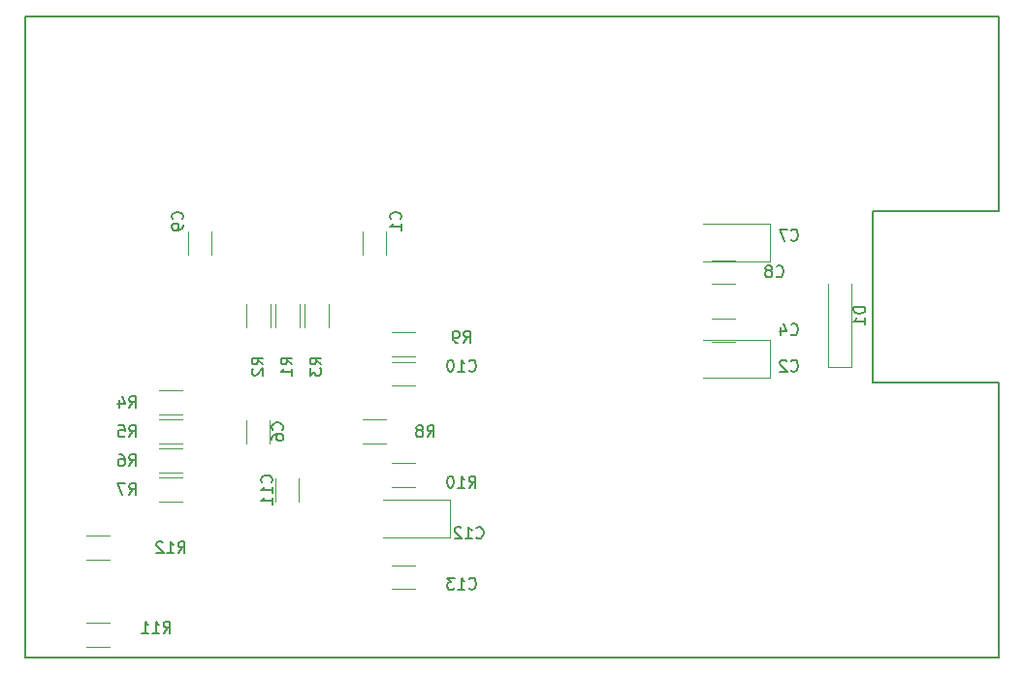
<source format=gbr>
%TF.GenerationSoftware,KiCad,Pcbnew,4.0.7*%
%TF.CreationDate,2018-04-11T15:18:22+03:00*%
%TF.ProjectId,pi_adc_rtc_etc,70695F6164635F7274635F6574632E6B,rev?*%
%TF.FileFunction,Legend,Bot*%
%FSLAX46Y46*%
G04 Gerber Fmt 4.6, Leading zero omitted, Abs format (unit mm)*
G04 Created by KiCad (PCBNEW 4.0.7) date 04/11/18 15:18:22*
%MOMM*%
%LPD*%
G01*
G04 APERTURE LIST*
%ADD10C,0.150000*%
%ADD11C,0.120000*%
G04 APERTURE END LIST*
D10*
X85000000Y39000000D02*
X85000000Y56000000D01*
X74000000Y39000000D02*
X85000000Y39000000D01*
X74000000Y24000000D02*
X74000000Y39000000D01*
X85000000Y24000000D02*
X74000000Y24000000D01*
X85000000Y0D02*
X85000000Y24000000D01*
X85000000Y56000000D02*
X0Y56000000D01*
X0Y0D02*
X85000000Y0D01*
X0Y56000000D02*
X0Y0D01*
D11*
X31510000Y37220000D02*
X31510000Y35220000D01*
X29470000Y35220000D02*
X29470000Y37220000D01*
X65020000Y27710000D02*
X59220000Y27710000D01*
X65020000Y24410000D02*
X59220000Y24410000D01*
X65020000Y27710000D02*
X65020000Y24410000D01*
X59970000Y29620000D02*
X61970000Y29620000D01*
X61970000Y27580000D02*
X59970000Y27580000D01*
X21350000Y20710000D02*
X21350000Y18710000D01*
X19310000Y18710000D02*
X19310000Y20710000D01*
X65020000Y37870000D02*
X59220000Y37870000D01*
X65020000Y34570000D02*
X59220000Y34570000D01*
X65020000Y37870000D02*
X65020000Y34570000D01*
X61970000Y32660000D02*
X59970000Y32660000D01*
X59970000Y34700000D02*
X61970000Y34700000D01*
X16270000Y37220000D02*
X16270000Y35220000D01*
X14230000Y35220000D02*
X14230000Y37220000D01*
X34030000Y23770000D02*
X32030000Y23770000D01*
X32030000Y25810000D02*
X34030000Y25810000D01*
X21850000Y13630000D02*
X21850000Y15630000D01*
X23890000Y15630000D02*
X23890000Y13630000D01*
X37080000Y13740000D02*
X31280000Y13740000D01*
X37080000Y10440000D02*
X31280000Y10440000D01*
X37080000Y13740000D02*
X37080000Y10440000D01*
X34030000Y5990000D02*
X32030000Y5990000D01*
X32030000Y8030000D02*
X34030000Y8030000D01*
X23940000Y28870000D02*
X23940000Y30870000D01*
X21800000Y30870000D02*
X21800000Y28870000D01*
X21400000Y28870000D02*
X21400000Y30870000D01*
X19260000Y30870000D02*
X19260000Y28870000D01*
X26480000Y28870000D02*
X26480000Y30870000D01*
X24340000Y30870000D02*
X24340000Y28870000D01*
X13710000Y23320000D02*
X11710000Y23320000D01*
X11710000Y21180000D02*
X13710000Y21180000D01*
X13710000Y20780000D02*
X11710000Y20780000D01*
X11710000Y18640000D02*
X13710000Y18640000D01*
X13710000Y18240000D02*
X11710000Y18240000D01*
X11710000Y16100000D02*
X13710000Y16100000D01*
X13710000Y15700000D02*
X11710000Y15700000D01*
X11710000Y13560000D02*
X13710000Y13560000D01*
X29490000Y18640000D02*
X31490000Y18640000D01*
X31490000Y20780000D02*
X29490000Y20780000D01*
X32030000Y26260000D02*
X34030000Y26260000D01*
X34030000Y28400000D02*
X32030000Y28400000D01*
X34030000Y16970000D02*
X32030000Y16970000D01*
X32030000Y14830000D02*
X34030000Y14830000D01*
X7360000Y3000000D02*
X5360000Y3000000D01*
X5360000Y860000D02*
X7360000Y860000D01*
X5360000Y8480000D02*
X7360000Y8480000D01*
X7360000Y10620000D02*
X5360000Y10620000D01*
X72130000Y32620000D02*
X72130000Y25320000D01*
X72130000Y25320000D02*
X70130000Y25320000D01*
X70130000Y25320000D02*
X70130000Y32620000D01*
D10*
X32752143Y38291666D02*
X32799762Y38339285D01*
X32847381Y38482142D01*
X32847381Y38577380D01*
X32799762Y38720238D01*
X32704524Y38815476D01*
X32609286Y38863095D01*
X32418810Y38910714D01*
X32275952Y38910714D01*
X32085476Y38863095D01*
X31990238Y38815476D01*
X31895000Y38720238D01*
X31847381Y38577380D01*
X31847381Y38482142D01*
X31895000Y38339285D01*
X31942619Y38291666D01*
X32847381Y37339285D02*
X32847381Y37910714D01*
X32847381Y37625000D02*
X31847381Y37625000D01*
X31990238Y37720238D01*
X32085476Y37815476D01*
X32133095Y37910714D01*
X66851666Y25067857D02*
X66899285Y25020238D01*
X67042142Y24972619D01*
X67137380Y24972619D01*
X67280238Y25020238D01*
X67375476Y25115476D01*
X67423095Y25210714D01*
X67470714Y25401190D01*
X67470714Y25544048D01*
X67423095Y25734524D01*
X67375476Y25829762D01*
X67280238Y25925000D01*
X67137380Y25972619D01*
X67042142Y25972619D01*
X66899285Y25925000D01*
X66851666Y25877381D01*
X66470714Y25877381D02*
X66423095Y25925000D01*
X66327857Y25972619D01*
X66089761Y25972619D01*
X65994523Y25925000D01*
X65946904Y25877381D01*
X65899285Y25782143D01*
X65899285Y25686905D01*
X65946904Y25544048D01*
X66518333Y24972619D01*
X65899285Y24972619D01*
X66851666Y28242857D02*
X66899285Y28195238D01*
X67042142Y28147619D01*
X67137380Y28147619D01*
X67280238Y28195238D01*
X67375476Y28290476D01*
X67423095Y28385714D01*
X67470714Y28576190D01*
X67470714Y28719048D01*
X67423095Y28909524D01*
X67375476Y29004762D01*
X67280238Y29100000D01*
X67137380Y29147619D01*
X67042142Y29147619D01*
X66899285Y29100000D01*
X66851666Y29052381D01*
X65994523Y28814286D02*
X65994523Y28147619D01*
X66232619Y29195238D02*
X66470714Y28480952D01*
X65851666Y28480952D01*
X22437143Y19876666D02*
X22484762Y19924285D01*
X22532381Y20067142D01*
X22532381Y20162380D01*
X22484762Y20305238D01*
X22389524Y20400476D01*
X22294286Y20448095D01*
X22103810Y20495714D01*
X21960952Y20495714D01*
X21770476Y20448095D01*
X21675238Y20400476D01*
X21580000Y20305238D01*
X21532381Y20162380D01*
X21532381Y20067142D01*
X21580000Y19924285D01*
X21627619Y19876666D01*
X21532381Y19019523D02*
X21532381Y19210000D01*
X21580000Y19305238D01*
X21627619Y19352857D01*
X21770476Y19448095D01*
X21960952Y19495714D01*
X22341905Y19495714D01*
X22437143Y19448095D01*
X22484762Y19400476D01*
X22532381Y19305238D01*
X22532381Y19114761D01*
X22484762Y19019523D01*
X22437143Y18971904D01*
X22341905Y18924285D01*
X22103810Y18924285D01*
X22008571Y18971904D01*
X21960952Y19019523D01*
X21913333Y19114761D01*
X21913333Y19305238D01*
X21960952Y19400476D01*
X22008571Y19448095D01*
X22103810Y19495714D01*
X66851666Y36497857D02*
X66899285Y36450238D01*
X67042142Y36402619D01*
X67137380Y36402619D01*
X67280238Y36450238D01*
X67375476Y36545476D01*
X67423095Y36640714D01*
X67470714Y36831190D01*
X67470714Y36974048D01*
X67423095Y37164524D01*
X67375476Y37259762D01*
X67280238Y37355000D01*
X67137380Y37402619D01*
X67042142Y37402619D01*
X66899285Y37355000D01*
X66851666Y37307381D01*
X66518333Y37402619D02*
X65851666Y37402619D01*
X66280238Y36402619D01*
X65581666Y33322857D02*
X65629285Y33275238D01*
X65772142Y33227619D01*
X65867380Y33227619D01*
X66010238Y33275238D01*
X66105476Y33370476D01*
X66153095Y33465714D01*
X66200714Y33656190D01*
X66200714Y33799048D01*
X66153095Y33989524D01*
X66105476Y34084762D01*
X66010238Y34180000D01*
X65867380Y34227619D01*
X65772142Y34227619D01*
X65629285Y34180000D01*
X65581666Y34132381D01*
X65010238Y33799048D02*
X65105476Y33846667D01*
X65153095Y33894286D01*
X65200714Y33989524D01*
X65200714Y34037143D01*
X65153095Y34132381D01*
X65105476Y34180000D01*
X65010238Y34227619D01*
X64819761Y34227619D01*
X64724523Y34180000D01*
X64676904Y34132381D01*
X64629285Y34037143D01*
X64629285Y33989524D01*
X64676904Y33894286D01*
X64724523Y33846667D01*
X64819761Y33799048D01*
X65010238Y33799048D01*
X65105476Y33751429D01*
X65153095Y33703810D01*
X65200714Y33608571D01*
X65200714Y33418095D01*
X65153095Y33322857D01*
X65105476Y33275238D01*
X65010238Y33227619D01*
X64819761Y33227619D01*
X64724523Y33275238D01*
X64676904Y33322857D01*
X64629285Y33418095D01*
X64629285Y33608571D01*
X64676904Y33703810D01*
X64724523Y33751429D01*
X64819761Y33799048D01*
X13702143Y38291666D02*
X13749762Y38339285D01*
X13797381Y38482142D01*
X13797381Y38577380D01*
X13749762Y38720238D01*
X13654524Y38815476D01*
X13559286Y38863095D01*
X13368810Y38910714D01*
X13225952Y38910714D01*
X13035476Y38863095D01*
X12940238Y38815476D01*
X12845000Y38720238D01*
X12797381Y38577380D01*
X12797381Y38482142D01*
X12845000Y38339285D01*
X12892619Y38291666D01*
X13797381Y37815476D02*
X13797381Y37625000D01*
X13749762Y37529761D01*
X13702143Y37482142D01*
X13559286Y37386904D01*
X13368810Y37339285D01*
X12987857Y37339285D01*
X12892619Y37386904D01*
X12845000Y37434523D01*
X12797381Y37529761D01*
X12797381Y37720238D01*
X12845000Y37815476D01*
X12892619Y37863095D01*
X12987857Y37910714D01*
X13225952Y37910714D01*
X13321190Y37863095D01*
X13368810Y37815476D01*
X13416429Y37720238D01*
X13416429Y37529761D01*
X13368810Y37434523D01*
X13321190Y37386904D01*
X13225952Y37339285D01*
X38752857Y25067857D02*
X38800476Y25020238D01*
X38943333Y24972619D01*
X39038571Y24972619D01*
X39181429Y25020238D01*
X39276667Y25115476D01*
X39324286Y25210714D01*
X39371905Y25401190D01*
X39371905Y25544048D01*
X39324286Y25734524D01*
X39276667Y25829762D01*
X39181429Y25925000D01*
X39038571Y25972619D01*
X38943333Y25972619D01*
X38800476Y25925000D01*
X38752857Y25877381D01*
X37800476Y24972619D02*
X38371905Y24972619D01*
X38086191Y24972619D02*
X38086191Y25972619D01*
X38181429Y25829762D01*
X38276667Y25734524D01*
X38371905Y25686905D01*
X37181429Y25972619D02*
X37086190Y25972619D01*
X36990952Y25925000D01*
X36943333Y25877381D01*
X36895714Y25782143D01*
X36848095Y25591667D01*
X36848095Y25353571D01*
X36895714Y25163095D01*
X36943333Y25067857D01*
X36990952Y25020238D01*
X37086190Y24972619D01*
X37181429Y24972619D01*
X37276667Y25020238D01*
X37324286Y25067857D01*
X37371905Y25163095D01*
X37419524Y25353571D01*
X37419524Y25591667D01*
X37371905Y25782143D01*
X37324286Y25877381D01*
X37276667Y25925000D01*
X37181429Y25972619D01*
X21477143Y15272857D02*
X21524762Y15320476D01*
X21572381Y15463333D01*
X21572381Y15558571D01*
X21524762Y15701429D01*
X21429524Y15796667D01*
X21334286Y15844286D01*
X21143810Y15891905D01*
X21000952Y15891905D01*
X20810476Y15844286D01*
X20715238Y15796667D01*
X20620000Y15701429D01*
X20572381Y15558571D01*
X20572381Y15463333D01*
X20620000Y15320476D01*
X20667619Y15272857D01*
X21572381Y14320476D02*
X21572381Y14891905D01*
X21572381Y14606191D02*
X20572381Y14606191D01*
X20715238Y14701429D01*
X20810476Y14796667D01*
X20858095Y14891905D01*
X21572381Y13368095D02*
X21572381Y13939524D01*
X21572381Y13653810D02*
X20572381Y13653810D01*
X20715238Y13749048D01*
X20810476Y13844286D01*
X20858095Y13939524D01*
X39387857Y10462857D02*
X39435476Y10415238D01*
X39578333Y10367619D01*
X39673571Y10367619D01*
X39816429Y10415238D01*
X39911667Y10510476D01*
X39959286Y10605714D01*
X40006905Y10796190D01*
X40006905Y10939048D01*
X39959286Y11129524D01*
X39911667Y11224762D01*
X39816429Y11320000D01*
X39673571Y11367619D01*
X39578333Y11367619D01*
X39435476Y11320000D01*
X39387857Y11272381D01*
X38435476Y10367619D02*
X39006905Y10367619D01*
X38721191Y10367619D02*
X38721191Y11367619D01*
X38816429Y11224762D01*
X38911667Y11129524D01*
X39006905Y11081905D01*
X38054524Y11272381D02*
X38006905Y11320000D01*
X37911667Y11367619D01*
X37673571Y11367619D01*
X37578333Y11320000D01*
X37530714Y11272381D01*
X37483095Y11177143D01*
X37483095Y11081905D01*
X37530714Y10939048D01*
X38102143Y10367619D01*
X37483095Y10367619D01*
X38752857Y6017857D02*
X38800476Y5970238D01*
X38943333Y5922619D01*
X39038571Y5922619D01*
X39181429Y5970238D01*
X39276667Y6065476D01*
X39324286Y6160714D01*
X39371905Y6351190D01*
X39371905Y6494048D01*
X39324286Y6684524D01*
X39276667Y6779762D01*
X39181429Y6875000D01*
X39038571Y6922619D01*
X38943333Y6922619D01*
X38800476Y6875000D01*
X38752857Y6827381D01*
X37800476Y5922619D02*
X38371905Y5922619D01*
X38086191Y5922619D02*
X38086191Y6922619D01*
X38181429Y6779762D01*
X38276667Y6684524D01*
X38371905Y6636905D01*
X37467143Y6922619D02*
X36848095Y6922619D01*
X37181429Y6541667D01*
X37038571Y6541667D01*
X36943333Y6494048D01*
X36895714Y6446429D01*
X36848095Y6351190D01*
X36848095Y6113095D01*
X36895714Y6017857D01*
X36943333Y5970238D01*
X37038571Y5922619D01*
X37324286Y5922619D01*
X37419524Y5970238D01*
X37467143Y6017857D01*
X23322381Y25591666D02*
X22846190Y25925000D01*
X23322381Y26163095D02*
X22322381Y26163095D01*
X22322381Y25782142D01*
X22370000Y25686904D01*
X22417619Y25639285D01*
X22512857Y25591666D01*
X22655714Y25591666D01*
X22750952Y25639285D01*
X22798571Y25686904D01*
X22846190Y25782142D01*
X22846190Y26163095D01*
X23322381Y24639285D02*
X23322381Y25210714D01*
X23322381Y24925000D02*
X22322381Y24925000D01*
X22465238Y25020238D01*
X22560476Y25115476D01*
X22608095Y25210714D01*
X20782381Y25591666D02*
X20306190Y25925000D01*
X20782381Y26163095D02*
X19782381Y26163095D01*
X19782381Y25782142D01*
X19830000Y25686904D01*
X19877619Y25639285D01*
X19972857Y25591666D01*
X20115714Y25591666D01*
X20210952Y25639285D01*
X20258571Y25686904D01*
X20306190Y25782142D01*
X20306190Y26163095D01*
X19877619Y25210714D02*
X19830000Y25163095D01*
X19782381Y25067857D01*
X19782381Y24829761D01*
X19830000Y24734523D01*
X19877619Y24686904D01*
X19972857Y24639285D01*
X20068095Y24639285D01*
X20210952Y24686904D01*
X20782381Y25258333D01*
X20782381Y24639285D01*
X25862381Y25591666D02*
X25386190Y25925000D01*
X25862381Y26163095D02*
X24862381Y26163095D01*
X24862381Y25782142D01*
X24910000Y25686904D01*
X24957619Y25639285D01*
X25052857Y25591666D01*
X25195714Y25591666D01*
X25290952Y25639285D01*
X25338571Y25686904D01*
X25386190Y25782142D01*
X25386190Y26163095D01*
X24862381Y25258333D02*
X24862381Y24639285D01*
X25243333Y24972619D01*
X25243333Y24829761D01*
X25290952Y24734523D01*
X25338571Y24686904D01*
X25433810Y24639285D01*
X25671905Y24639285D01*
X25767143Y24686904D01*
X25814762Y24734523D01*
X25862381Y24829761D01*
X25862381Y25115476D01*
X25814762Y25210714D01*
X25767143Y25258333D01*
X9066666Y21797619D02*
X9400000Y22273810D01*
X9638095Y21797619D02*
X9638095Y22797619D01*
X9257142Y22797619D01*
X9161904Y22750000D01*
X9114285Y22702381D01*
X9066666Y22607143D01*
X9066666Y22464286D01*
X9114285Y22369048D01*
X9161904Y22321429D01*
X9257142Y22273810D01*
X9638095Y22273810D01*
X8209523Y22464286D02*
X8209523Y21797619D01*
X8447619Y22845238D02*
X8685714Y22130952D01*
X8066666Y22130952D01*
X9066666Y19257619D02*
X9400000Y19733810D01*
X9638095Y19257619D02*
X9638095Y20257619D01*
X9257142Y20257619D01*
X9161904Y20210000D01*
X9114285Y20162381D01*
X9066666Y20067143D01*
X9066666Y19924286D01*
X9114285Y19829048D01*
X9161904Y19781429D01*
X9257142Y19733810D01*
X9638095Y19733810D01*
X8161904Y20257619D02*
X8638095Y20257619D01*
X8685714Y19781429D01*
X8638095Y19829048D01*
X8542857Y19876667D01*
X8304761Y19876667D01*
X8209523Y19829048D01*
X8161904Y19781429D01*
X8114285Y19686190D01*
X8114285Y19448095D01*
X8161904Y19352857D01*
X8209523Y19305238D01*
X8304761Y19257619D01*
X8542857Y19257619D01*
X8638095Y19305238D01*
X8685714Y19352857D01*
X9066666Y16717619D02*
X9400000Y17193810D01*
X9638095Y16717619D02*
X9638095Y17717619D01*
X9257142Y17717619D01*
X9161904Y17670000D01*
X9114285Y17622381D01*
X9066666Y17527143D01*
X9066666Y17384286D01*
X9114285Y17289048D01*
X9161904Y17241429D01*
X9257142Y17193810D01*
X9638095Y17193810D01*
X8209523Y17717619D02*
X8400000Y17717619D01*
X8495238Y17670000D01*
X8542857Y17622381D01*
X8638095Y17479524D01*
X8685714Y17289048D01*
X8685714Y16908095D01*
X8638095Y16812857D01*
X8590476Y16765238D01*
X8495238Y16717619D01*
X8304761Y16717619D01*
X8209523Y16765238D01*
X8161904Y16812857D01*
X8114285Y16908095D01*
X8114285Y17146190D01*
X8161904Y17241429D01*
X8209523Y17289048D01*
X8304761Y17336667D01*
X8495238Y17336667D01*
X8590476Y17289048D01*
X8638095Y17241429D01*
X8685714Y17146190D01*
X9066666Y14177619D02*
X9400000Y14653810D01*
X9638095Y14177619D02*
X9638095Y15177619D01*
X9257142Y15177619D01*
X9161904Y15130000D01*
X9114285Y15082381D01*
X9066666Y14987143D01*
X9066666Y14844286D01*
X9114285Y14749048D01*
X9161904Y14701429D01*
X9257142Y14653810D01*
X9638095Y14653810D01*
X8733333Y15177619D02*
X8066666Y15177619D01*
X8495238Y14177619D01*
X35101666Y19257619D02*
X35435000Y19733810D01*
X35673095Y19257619D02*
X35673095Y20257619D01*
X35292142Y20257619D01*
X35196904Y20210000D01*
X35149285Y20162381D01*
X35101666Y20067143D01*
X35101666Y19924286D01*
X35149285Y19829048D01*
X35196904Y19781429D01*
X35292142Y19733810D01*
X35673095Y19733810D01*
X34530238Y19829048D02*
X34625476Y19876667D01*
X34673095Y19924286D01*
X34720714Y20019524D01*
X34720714Y20067143D01*
X34673095Y20162381D01*
X34625476Y20210000D01*
X34530238Y20257619D01*
X34339761Y20257619D01*
X34244523Y20210000D01*
X34196904Y20162381D01*
X34149285Y20067143D01*
X34149285Y20019524D01*
X34196904Y19924286D01*
X34244523Y19876667D01*
X34339761Y19829048D01*
X34530238Y19829048D01*
X34625476Y19781429D01*
X34673095Y19733810D01*
X34720714Y19638571D01*
X34720714Y19448095D01*
X34673095Y19352857D01*
X34625476Y19305238D01*
X34530238Y19257619D01*
X34339761Y19257619D01*
X34244523Y19305238D01*
X34196904Y19352857D01*
X34149285Y19448095D01*
X34149285Y19638571D01*
X34196904Y19733810D01*
X34244523Y19781429D01*
X34339761Y19829048D01*
X38276666Y27512619D02*
X38610000Y27988810D01*
X38848095Y27512619D02*
X38848095Y28512619D01*
X38467142Y28512619D01*
X38371904Y28465000D01*
X38324285Y28417381D01*
X38276666Y28322143D01*
X38276666Y28179286D01*
X38324285Y28084048D01*
X38371904Y28036429D01*
X38467142Y27988810D01*
X38848095Y27988810D01*
X37800476Y27512619D02*
X37610000Y27512619D01*
X37514761Y27560238D01*
X37467142Y27607857D01*
X37371904Y27750714D01*
X37324285Y27941190D01*
X37324285Y28322143D01*
X37371904Y28417381D01*
X37419523Y28465000D01*
X37514761Y28512619D01*
X37705238Y28512619D01*
X37800476Y28465000D01*
X37848095Y28417381D01*
X37895714Y28322143D01*
X37895714Y28084048D01*
X37848095Y27988810D01*
X37800476Y27941190D01*
X37705238Y27893571D01*
X37514761Y27893571D01*
X37419523Y27941190D01*
X37371904Y27988810D01*
X37324285Y28084048D01*
X38752857Y14812619D02*
X39086191Y15288810D01*
X39324286Y14812619D02*
X39324286Y15812619D01*
X38943333Y15812619D01*
X38848095Y15765000D01*
X38800476Y15717381D01*
X38752857Y15622143D01*
X38752857Y15479286D01*
X38800476Y15384048D01*
X38848095Y15336429D01*
X38943333Y15288810D01*
X39324286Y15288810D01*
X37800476Y14812619D02*
X38371905Y14812619D01*
X38086191Y14812619D02*
X38086191Y15812619D01*
X38181429Y15669762D01*
X38276667Y15574524D01*
X38371905Y15526905D01*
X37181429Y15812619D02*
X37086190Y15812619D01*
X36990952Y15765000D01*
X36943333Y15717381D01*
X36895714Y15622143D01*
X36848095Y15431667D01*
X36848095Y15193571D01*
X36895714Y15003095D01*
X36943333Y14907857D01*
X36990952Y14860238D01*
X37086190Y14812619D01*
X37181429Y14812619D01*
X37276667Y14860238D01*
X37324286Y14907857D01*
X37371905Y15003095D01*
X37419524Y15193571D01*
X37419524Y15431667D01*
X37371905Y15622143D01*
X37324286Y15717381D01*
X37276667Y15765000D01*
X37181429Y15812619D01*
X12082857Y2112619D02*
X12416191Y2588810D01*
X12654286Y2112619D02*
X12654286Y3112619D01*
X12273333Y3112619D01*
X12178095Y3065000D01*
X12130476Y3017381D01*
X12082857Y2922143D01*
X12082857Y2779286D01*
X12130476Y2684048D01*
X12178095Y2636429D01*
X12273333Y2588810D01*
X12654286Y2588810D01*
X11130476Y2112619D02*
X11701905Y2112619D01*
X11416191Y2112619D02*
X11416191Y3112619D01*
X11511429Y2969762D01*
X11606667Y2874524D01*
X11701905Y2826905D01*
X10178095Y2112619D02*
X10749524Y2112619D01*
X10463810Y2112619D02*
X10463810Y3112619D01*
X10559048Y2969762D01*
X10654286Y2874524D01*
X10749524Y2826905D01*
X13352857Y9097619D02*
X13686191Y9573810D01*
X13924286Y9097619D02*
X13924286Y10097619D01*
X13543333Y10097619D01*
X13448095Y10050000D01*
X13400476Y10002381D01*
X13352857Y9907143D01*
X13352857Y9764286D01*
X13400476Y9669048D01*
X13448095Y9621429D01*
X13543333Y9573810D01*
X13924286Y9573810D01*
X12400476Y9097619D02*
X12971905Y9097619D01*
X12686191Y9097619D02*
X12686191Y10097619D01*
X12781429Y9954762D01*
X12876667Y9859524D01*
X12971905Y9811905D01*
X12019524Y10002381D02*
X11971905Y10050000D01*
X11876667Y10097619D01*
X11638571Y10097619D01*
X11543333Y10050000D01*
X11495714Y10002381D01*
X11448095Y9907143D01*
X11448095Y9811905D01*
X11495714Y9669048D01*
X12067143Y9097619D01*
X11448095Y9097619D01*
X73332381Y30608095D02*
X72332381Y30608095D01*
X72332381Y30370000D01*
X72380000Y30227142D01*
X72475238Y30131904D01*
X72570476Y30084285D01*
X72760952Y30036666D01*
X72903810Y30036666D01*
X73094286Y30084285D01*
X73189524Y30131904D01*
X73284762Y30227142D01*
X73332381Y30370000D01*
X73332381Y30608095D01*
X73332381Y29084285D02*
X73332381Y29655714D01*
X73332381Y29370000D02*
X72332381Y29370000D01*
X72475238Y29465238D01*
X72570476Y29560476D01*
X72618095Y29655714D01*
M02*

</source>
